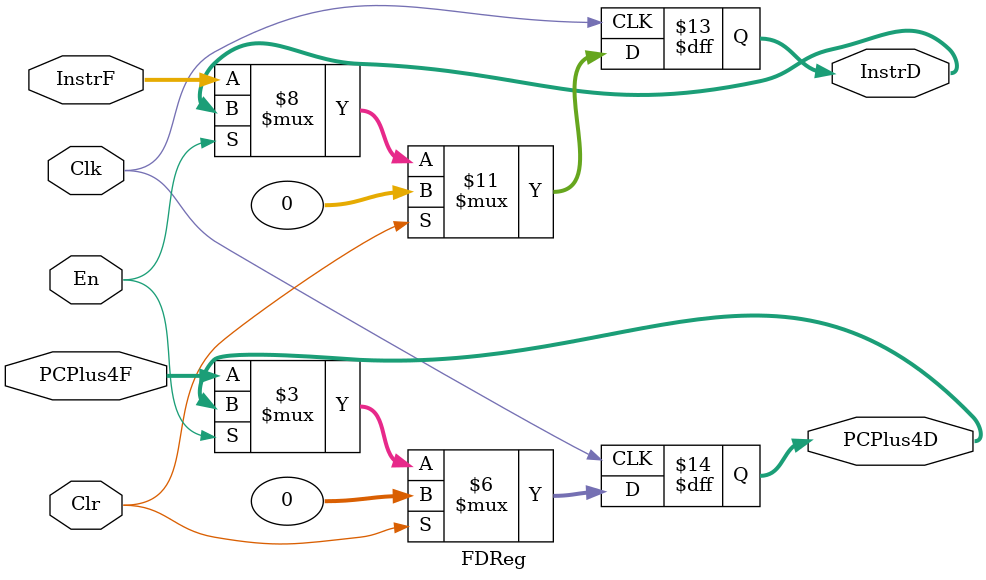
<source format=v>
module FDReg
(
    input [31:0] InstrF, // instruction from fetch stage
    output reg [31:0] InstrD, // instruction to decode stage
    input [31:0] PCPlus4F, // program counter fetch
    output reg [31:0] PCPlus4D, // program counter decode
    input En, // enable
    input Clk, // clock
    input Clr // clear
);

always @(posedge Clk)
begin
    if (Clr)
    begin
    	InstrD <= 31'h0;
    	PCPlus4D <= 31'h0;
    end
    else if(~En)
    begin
        InstrD <= InstrF;
	PCPlus4D <= PCPlus4F;
    end
end
endmodule

</source>
